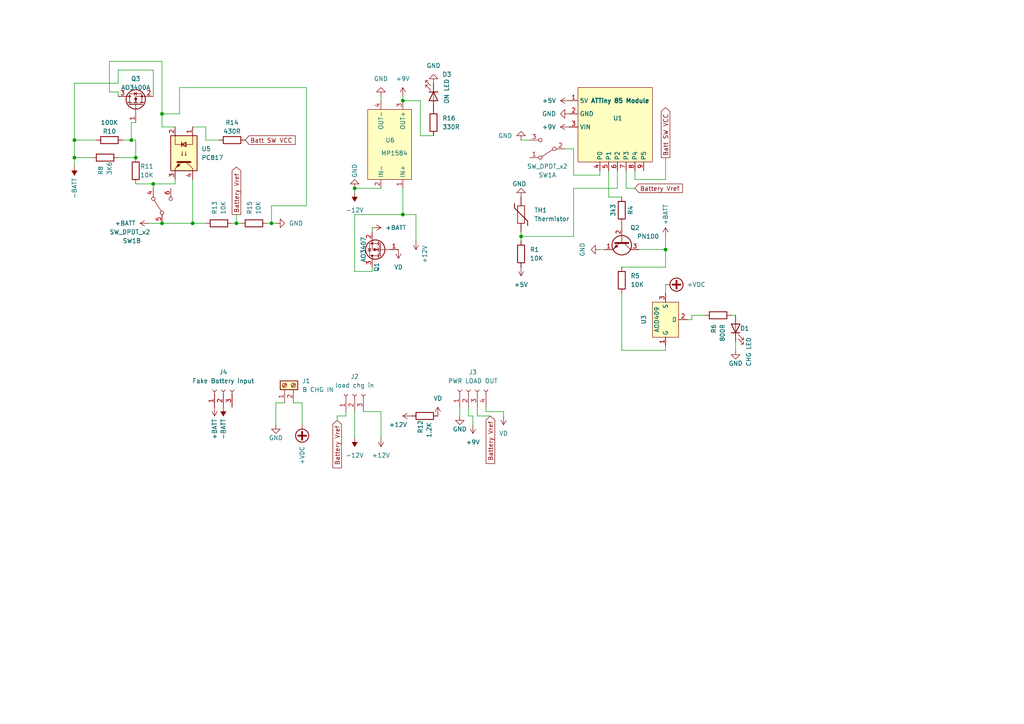
<source format=kicad_sch>
(kicad_sch (version 20230121) (generator eeschema)
  (paper "A4")
  (lib_symbols
    (symbol "BMS daughter boards:ATtiny85_digispark_module"
      (property "Reference" "U" (at -2.54 5.08 0))
      (symbol "ATtiny85_digispark_module_0_0"
        (pin unspecified line (at -16.51 10.16 0) (length 2.54) (name "5V") (number "1"))
        (pin unspecified line (at -16.51 6.35 0) (length 2.54) (name "GND") (number "2"))
        (pin unspecified line (at -16.51 2.54 0) (length 2.54) (name "VIN") (number "3"))
        (pin unspecified line (at -7.62 -10.16 90) (length 2.54) (name "P0") (number "4"))
        (pin unspecified line (at -5.08 -10.16 90) (length 2.54) (name "P1") (number "5"))
        (pin unspecified line (at -2.54 -10.16 90) (length 2.54) (name "P2") (number "6"))
        (pin unspecified line (at 0 -10.16 90) (length 2.54) (name "P3") (number "7"))
        (pin unspecified line (at 2.54 -10.16 90) (length 2.54) (name "P4") (number "8"))
        (pin unspecified line (at 5.08 -10.16 90) (length 2.54) (name "P5") (number "9"))
      )
      (symbol "ATtiny85_digispark_module_1_1"
        (rectangle (start -13.97 13.97) (end 7.62 -7.62) (fill (type background)))
      )
    )
    (symbol "BMS daughter boards:MP1584_DCDC_step_down_Module"
      (property "Reference" "U4" (at 11.43 -3.81 0))
      (property "Value" "MP1584 Module" (at 5.08 -6.35 0))
      (symbol "MP1584_DCDC_step_down_Module_0_0"
        (pin unspecified line (at 0 -8.89 0) (length 2.54) (name "IN+") (number "1"))
        (pin unspecified line (at 0 -2.54 0) (length 2.54) (name "IN-") (number "2"))
        (pin unspecified line (at 25.4 -8.89 180) (length 2.54) (name "OUT+") (number "3"))
        (pin unspecified line (at 25.4 -2.54 180) (length 2.54) (name "OUT-") (number "4"))
      )
      (symbol "MP1584_DCDC_step_down_Module_1_1"
        (rectangle (start 2.54 1.27) (end 22.86 -11.43) (fill (type background)))
      )
    )
    (symbol "BMS-MK2-symbols:AOD409"
      (property "Reference" "U" (at 2.54 -2.54 0))
      (symbol "AOD409_0_0"
        (pin input line (at -5.08 -2.54 0) (length 2.54) (name "G") (number "1"))
        (pin output line (at 2.54 3.81 270) (length 2.54) (name "D") (number "2"))
        (pin input line (at 10.16 -2.54 180) (length 2.54) (name "S") (number "3"))
      )
      (symbol "AOD409_1_1"
        (rectangle (start -2.54 1.27) (end 7.62 -6.35) (fill (type background)))
      )
    )
    (symbol "Connector:Conn_01x03_Socket" (pin_names (offset 1.016) hide)
      (property "Reference" "J" (at 0 5.08 0))
      (property "Value" "Conn_01x03_Socket" (at 0 -5.08 0))
      (symbol "Conn_01x03_Socket_1_1"
        (arc (start 0 -2.032) (mid -0.5058 -2.54) (end 0 -3.048) (stroke (width 0.1524)))
        (polyline (pts (xy -1.27 -2.54) (xy -0.508 -2.54)) (stroke (width 0.1524)))
        (polyline (pts (xy -1.27 0) (xy -0.508 0)) (stroke (width 0.1524)))
        (polyline (pts (xy -1.27 2.54) (xy -0.508 2.54)) (stroke (width 0.1524)))
        (arc (start 0 0.508) (mid -0.5058 0) (end 0 -0.508) (stroke (width 0.1524)))
        (arc (start 0 3.048) (mid -0.5058 2.54) (end 0 2.032) (stroke (width 0.1524)))
        (pin passive line (at -5.08 2.54 0) (length 3.81) (name "Pin_1") (number "1"))
        (pin passive line (at -5.08 0 0) (length 3.81) (name "Pin_2") (number "2"))
        (pin passive line (at -5.08 -2.54 0) (length 3.81) (name "Pin_3") (number "3"))
      )
    )
    (symbol "Connector:Conn_01x04_Socket" (pin_names (offset 1.016) hide)
      (property "Reference" "J" (at 0 5.08 0))
      (property "Value" "Conn_01x04_Socket" (at 0 -7.62 0))
      (symbol "Conn_01x04_Socket_1_1"
        (arc (start 0 -4.572) (mid -0.5058 -5.08) (end 0 -5.588) (stroke (width 0.1524)))
        (arc (start 0 -2.032) (mid -0.5058 -2.54) (end 0 -3.048) (stroke (width 0.1524)))
        (polyline (pts (xy -1.27 -5.08) (xy -0.508 -5.08)) (stroke (width 0.1524)))
        (polyline (pts (xy -1.27 -2.54) (xy -0.508 -2.54)) (stroke (width 0.1524)))
        (polyline (pts (xy -1.27 0) (xy -0.508 0)) (stroke (width 0.1524)))
        (polyline (pts (xy -1.27 2.54) (xy -0.508 2.54)) (stroke (width 0.1524)))
        (arc (start 0 0.508) (mid -0.5058 0) (end 0 -0.508) (stroke (width 0.1524)))
        (arc (start 0 3.048) (mid -0.5058 2.54) (end 0 2.032) (stroke (width 0.1524)))
        (pin passive line (at -5.08 2.54 0) (length 3.81) (name "Pin_1") (number "1"))
        (pin passive line (at -5.08 0 0) (length 3.81) (name "Pin_2") (number "2"))
        (pin passive line (at -5.08 -2.54 0) (length 3.81) (name "Pin_3") (number "3"))
        (pin passive line (at -5.08 -5.08 0) (length 3.81) (name "Pin_4") (number "4"))
      )
    )
    (symbol "Connector:Screw_Terminal_01x02" (pin_names (offset 1.016) hide)
      (property "Reference" "J" (at 0 2.54 0))
      (property "Value" "Screw_Terminal_01x02" (at 0 -5.08 0))
      (symbol "Screw_Terminal_01x02_1_1"
        (rectangle (start -1.27 1.27) (end 1.27 -3.81) (stroke (width 0.254)) (fill (type background)))
        (circle (center 0 -2.54) (radius 0.635) (stroke (width 0.1524)))
        (polyline (pts (xy -0.5334 -2.2098) (xy 0.3302 -3.048)) (stroke (width 0.1524)))
        (polyline (pts (xy -0.5334 0.3302) (xy 0.3302 -0.508)) (stroke (width 0.1524)))
        (polyline (pts (xy -0.3556 -2.032) (xy 0.508 -2.8702)) (stroke (width 0.1524)))
        (polyline (pts (xy -0.3556 0.508) (xy 0.508 -0.3302)) (stroke (width 0.1524)))
        (circle (center 0 0) (radius 0.635) (stroke (width 0.1524)))
        (pin passive line (at -5.08 0 0) (length 3.81) (name "Pin_1") (number "1"))
        (pin passive line (at -5.08 -2.54 0) (length 3.81) (name "Pin_2") (number "2"))
      )
    )
    (symbol "Device:LED" (pin_numbers hide) (pin_names (offset 1.016) hide)
      (property "Reference" "D" (at 0 2.54 0))
      (property "Value" "LED" (at 0 -2.54 0))
      (symbol "LED_0_1"
        (polyline (pts (xy -1.27 -1.27) (xy -1.27 1.27)) (stroke (width 0.254)))
        (polyline (pts (xy -1.27 0) (xy 1.27 0)))
        (polyline (pts (xy 1.27 -1.27) (xy 1.27 1.27) (xy -1.27 0) (xy 1.27 -1.27)) (stroke (width 0.254)))
        (polyline (pts (xy -3.048 -0.762) (xy -4.572 -2.286) (xy -3.81 -2.286) (xy -4.572 -2.286) (xy -4.572 -1.524)))
        (polyline (pts (xy -1.778 -0.762) (xy -3.302 -2.286) (xy -2.54 -2.286) (xy -3.302 -2.286) (xy -3.302 -1.524)))
      )
      (symbol "LED_1_1"
        (pin passive line (at -3.81 0 0) (length 2.54) (name "K") (number "1"))
        (pin passive line (at 3.81 0 180) (length 2.54) (name "A") (number "2"))
      )
    )
    (symbol "Device:R" (pin_numbers hide) (pin_names (offset 0))
      (property "Reference" "R" (at 2.032 0 90))
      (property "Value" "R" (at 0 0 90))
      (symbol "R_0_1"
        (rectangle (start -1.016 -2.54) (end 1.016 2.54) (stroke (width 0.254)))
      )
      (symbol "R_1_1"
        (pin passive line (at 0 3.81 270) (length 1.27) (name "~") (number "1"))
        (pin passive line (at 0 -3.81 90) (length 1.27) (name "~") (number "2"))
      )
    )
    (symbol "Device:Thermistor" (pin_numbers hide) (pin_names (offset 0))
      (property "Reference" "TH" (at 2.54 1.27 90))
      (property "Value" "Thermistor" (at -2.54 0 90))
      (symbol "Thermistor_0_1"
        (rectangle (start -1.016 2.54) (end 1.016 -2.54) (stroke (width 0.2032)))
        (polyline (pts (xy -1.905 3.175) (xy -1.905 1.905) (xy 1.905 -1.905) (xy 1.905 -3.175) (xy 1.905 -3.175)) (stroke (width 0.254)))
      )
      (symbol "Thermistor_1_1"
        (pin passive line (at 0 5.08 270) (length 2.54) (name "~") (number "1"))
        (pin passive line (at 0 -5.08 90) (length 2.54) (name "~") (number "2"))
      )
    )
    (symbol "Isolator:PC817" (pin_names (offset 1.016))
      (property "Reference" "U" (at -5.08 5.08 0))
      (property "Value" "PC817" (at 0 5.08 0))
      (symbol "PC817_0_1"
        (rectangle (start -5.08 3.81) (end 5.08 -3.81) (stroke (width 0.254)) (fill (type background)))
        (polyline (pts (xy -3.175 -0.635) (xy -1.905 -0.635)) (stroke (width 0.254)))
        (polyline (pts (xy 2.54 0.635) (xy 4.445 2.54)))
        (polyline (pts (xy 4.445 -2.54) (xy 2.54 -0.635)) (fill (type outline)))
        (polyline (pts (xy 4.445 -2.54) (xy 5.08 -2.54)))
        (polyline (pts (xy 4.445 2.54) (xy 5.08 2.54)))
        (polyline (pts (xy -5.08 2.54) (xy -2.54 2.54) (xy -2.54 -0.635)))
        (polyline (pts (xy -2.54 -0.635) (xy -2.54 -2.54) (xy -5.08 -2.54)))
        (polyline (pts (xy 2.54 1.905) (xy 2.54 -1.905) (xy 2.54 -1.905)) (stroke (width 0.508)))
        (polyline (pts (xy -2.54 -0.635) (xy -3.175 0.635) (xy -1.905 0.635) (xy -2.54 -0.635)) (stroke (width 0.254)))
        (polyline (pts (xy -0.508 -0.508) (xy 0.762 -0.508) (xy 0.381 -0.635) (xy 0.381 -0.381) (xy 0.762 -0.508)))
        (polyline (pts (xy -0.508 0.508) (xy 0.762 0.508) (xy 0.381 0.381) (xy 0.381 0.635) (xy 0.762 0.508)))
        (polyline (pts (xy 3.048 -1.651) (xy 3.556 -1.143) (xy 4.064 -2.159) (xy 3.048 -1.651) (xy 3.048 -1.651)) (fill (type outline)))
      )
      (symbol "PC817_1_1"
        (pin passive line (at -7.62 2.54 0) (length 2.54) (name "~") (number "1"))
        (pin passive line (at -7.62 -2.54 0) (length 2.54) (name "~") (number "2"))
        (pin passive line (at 7.62 -2.54 180) (length 2.54) (name "~") (number "3"))
        (pin passive line (at 7.62 2.54 180) (length 2.54) (name "~") (number "4"))
      )
    )
    (symbol "Switch:SW_DPDT_x2" (pin_names (offset 0) hide)
      (property "Reference" "SW" (at 0 4.318 0))
      (property "Value" "SW_DPDT_x2" (at 0 -5.08 0))
      (symbol "SW_DPDT_x2_0_0"
        (circle (center -2.032 0) (radius 0.508))
        (circle (center 2.032 -2.54) (radius 0.508))
      )
      (symbol "SW_DPDT_x2_0_1"
        (polyline (pts (xy -1.524 0.254) (xy 1.651 2.286)))
        (circle (center 2.032 2.54) (radius 0.508))
      )
      (symbol "SW_DPDT_x2_1_1"
        (pin passive line (at 5.08 2.54 180) (length 2.54) (name "A") (number "1"))
        (pin passive line (at -5.08 0 0) (length 2.54) (name "B") (number "2"))
        (pin passive line (at 5.08 -2.54 180) (length 2.54) (name "C") (number "3"))
      )
      (symbol "SW_DPDT_x2_2_1"
        (pin passive line (at 5.08 2.54 180) (length 2.54) (name "A") (number "4"))
        (pin passive line (at -5.08 0 0) (length 2.54) (name "B") (number "5"))
        (pin passive line (at 5.08 -2.54 180) (length 2.54) (name "C") (number "6"))
      )
    )
    (symbol "Transistor_BJT:PN2222A" (pin_names (offset 0) hide)
      (property "Reference" "Q" (at 5.08 1.905 0))
      (property "Value" "PN2222A" (at 5.08 0 0))
      (symbol "PN2222A_0_1"
        (polyline (pts (xy 0 0) (xy 0.635 0)))
        (polyline (pts (xy 2.54 -2.54) (xy 0.635 -0.635)))
        (polyline (pts (xy 2.54 2.54) (xy 0.635 0.635)))
        (polyline (pts (xy 0.635 1.905) (xy 0.635 -1.905) (xy 0.635 -1.905)) (stroke (width 0.508)))
        (polyline (pts (xy 2.413 -2.413) (xy 1.905 -1.905) (xy 1.905 -1.905)))
        (polyline (pts (xy 1.143 -1.651) (xy 1.651 -1.143) (xy 2.159 -2.159) (xy 1.143 -1.651) (xy 1.143 -1.651)) (fill (type outline)))
        (circle (center 1.27 0) (radius 2.8194) (stroke (width 0.254)))
      )
      (symbol "PN2222A_1_1"
        (pin passive line (at 2.54 -5.08 90) (length 2.54) (name "E") (number "1"))
        (pin input line (at -5.08 0 0) (length 5.08) (name "B") (number "2"))
        (pin passive line (at 2.54 5.08 270) (length 2.54) (name "C") (number "3"))
      )
    )
    (symbol "Transistor_FET:AO3400A" (pin_names hide)
      (property "Reference" "Q" (at 5.08 1.905 0))
      (property "Value" "AO3400A" (at 5.08 0 0))
      (symbol "AO3400A_0_1"
        (polyline (pts (xy 0.254 0) (xy -2.54 0)))
        (polyline (pts (xy 0.254 1.905) (xy 0.254 -1.905)) (stroke (width 0.254)))
        (polyline (pts (xy 0.762 -1.27) (xy 0.762 -2.286)) (stroke (width 0.254)))
        (polyline (pts (xy 0.762 0.508) (xy 0.762 -0.508)) (stroke (width 0.254)))
        (polyline (pts (xy 0.762 2.286) (xy 0.762 1.27)) (stroke (width 0.254)))
        (polyline (pts (xy 2.54 2.54) (xy 2.54 1.778)))
        (polyline (pts (xy 2.54 -2.54) (xy 2.54 0) (xy 0.762 0)))
        (polyline (pts (xy 0.762 -1.778) (xy 3.302 -1.778) (xy 3.302 1.778) (xy 0.762 1.778)))
        (polyline (pts (xy 1.016 0) (xy 2.032 0.381) (xy 2.032 -0.381) (xy 1.016 0)) (fill (type outline)))
        (polyline (pts (xy 2.794 0.508) (xy 2.921 0.381) (xy 3.683 0.381) (xy 3.81 0.254)))
        (polyline (pts (xy 3.302 0.381) (xy 2.921 -0.254) (xy 3.683 -0.254) (xy 3.302 0.381)))
        (circle (center 1.651 0) (radius 2.794) (stroke (width 0.254)))
        (circle (center 2.54 -1.778) (radius 0.254) (fill (type outline)))
        (circle (center 2.54 1.778) (radius 0.254) (fill (type outline)))
      )
      (symbol "AO3400A_1_1"
        (pin input line (at -5.08 0 0) (length 2.54) (name "G") (number "1"))
        (pin passive line (at 2.54 -5.08 90) (length 2.54) (name "S") (number "2"))
        (pin passive line (at 2.54 5.08 270) (length 2.54) (name "D") (number "3"))
      )
    )
    (symbol "power:+12V" (power) (pin_names (offset 0))
      (property "Value" "+12V" (at 0 3.556 0))
      (symbol "+12V_0_1"
        (polyline (pts (xy -0.762 1.27) (xy 0 2.54)))
        (polyline (pts (xy 0 0) (xy 0 2.54)))
        (polyline (pts (xy 0 2.54) (xy 0.762 1.27)))
      )
      (symbol "+12V_1_1"
        (pin power_in line (at 0 0 90) (length 0) hide (name "+12V") (number "1"))
      )
    )
    (symbol "power:+5V" (power) (pin_names (offset 0))
      (property "Value" "+5V" (at 0 3.556 0))
      (symbol "+5V_0_1"
        (polyline (pts (xy -0.762 1.27) (xy 0 2.54)))
        (polyline (pts (xy 0 0) (xy 0 2.54)))
        (polyline (pts (xy 0 2.54) (xy 0.762 1.27)))
      )
      (symbol "+5V_1_1"
        (pin power_in line (at 0 0 90) (length 0) hide (name "+5V") (number "1"))
      )
    )
    (symbol "power:+9V" (power) (pin_names (offset 0))
      (property "Value" "+9V" (at 0 3.556 0))
      (symbol "+9V_0_1"
        (polyline (pts (xy -0.762 1.27) (xy 0 2.54)))
        (polyline (pts (xy 0 0) (xy 0 2.54)))
        (polyline (pts (xy 0 2.54) (xy 0.762 1.27)))
      )
      (symbol "+9V_1_1"
        (pin power_in line (at 0 0 90) (length 0) hide (name "+9V") (number "1"))
      )
    )
    (symbol "power:+BATT" (power) (pin_names (offset 0))
      (property "Value" "+BATT" (at 0 3.556 0))
      (symbol "+BATT_0_1"
        (polyline (pts (xy -0.762 1.27) (xy 0 2.54)))
        (polyline (pts (xy 0 0) (xy 0 2.54)))
        (polyline (pts (xy 0 2.54) (xy 0.762 1.27)))
      )
      (symbol "+BATT_1_1"
        (pin power_in line (at 0 0 90) (length 0) hide (name "+BATT") (number "1"))
      )
    )
    (symbol "power:+VDC" (power) (pin_names (offset 0))
      (property "Value" "+VDC" (at 0 6.35 0))
      (symbol "+VDC_0_1"
        (polyline (pts (xy -1.143 3.175) (xy 1.143 3.175)) (stroke (width 0.508)))
        (polyline (pts (xy 0 0) (xy 0 1.27)))
        (polyline (pts (xy 0 2.032) (xy 0 4.318)) (stroke (width 0.508)))
        (circle (center 0 3.175) (radius 1.905) (stroke (width 0.254)))
      )
      (symbol "+VDC_1_1"
        (pin power_in line (at 0 0 90) (length 0) hide (name "+VDC") (number "1"))
      )
    )
    (symbol "power:-12V" (power) (pin_names (offset 0))
      (property "Value" "-12V" (at 0 3.81 0))
      (symbol "-12V_0_0"
        (pin power_in line (at 0 0 90) (length 0) hide (name "-12V") (number "1"))
      )
      (symbol "-12V_0_1"
        (polyline (pts (xy 0 0) (xy 0 1.27) (xy 0.762 1.27) (xy 0 2.54) (xy -0.762 1.27) (xy 0 1.27)) (fill (type outline)))
      )
    )
    (symbol "power:-BATT" (power) (pin_names (offset 0))
      (property "Value" "-BATT" (at 0 3.556 0))
      (symbol "-BATT_0_1"
        (polyline (pts (xy 0 0) (xy 0 2.54)))
        (polyline (pts (xy 0.762 1.27) (xy -0.762 1.27) (xy 0 2.54) (xy 0.762 1.27)) (fill (type outline)))
      )
      (symbol "-BATT_1_1"
        (pin power_in line (at 0 0 90) (length 0) hide (name "-BATT") (number "1"))
      )
    )
    (symbol "power:GND" (power) (pin_names (offset 0))
      (property "Value" "GND" (at 0 -3.81 0))
      (symbol "GND_0_1"
        (polyline (pts (xy 0 0) (xy 0 -1.27) (xy 1.27 -1.27) (xy 0 -2.54) (xy -1.27 -1.27) (xy 0 -1.27)))
      )
      (symbol "GND_1_1"
        (pin power_in line (at 0 0 270) (length 0) hide (name "GND") (number "1"))
      )
    )
    (symbol "power:VD" (power) (pin_names (offset 0))
      (property "Value" "VD" (at 0 3.81 0))
      (symbol "VD_0_1"
        (polyline (pts (xy -0.762 1.27) (xy 0 2.54)))
        (polyline (pts (xy 0 0) (xy 0 2.54)))
        (polyline (pts (xy 0 2.54) (xy 0.762 1.27)))
      )
      (symbol "VD_1_1"
        (pin power_in line (at 0 0 90) (length 0) hide (name "VD") (number "1"))
      )
    )
  )
  (junction (at 193.04 72.39))
  (junction (at 116.84 29.21))
  (junction (at 55.88 64.77))
  (junction (at 21.59 45.72))
  (junction (at 116.84 62.23))
  (junction (at 38.1 40.64))
  (junction (at 46.99 64.77))
  (junction (at 21.59 40.64))
  (junction (at 78.74 64.77))
  (junction (at 102.87 54.61))
  (junction (at 46.99 33.02))
  (junction (at 44.45 53.34))
  (junction (at 39.37 45.72))
  (junction (at 151.13 68.58))
  (junction (at 68.58 64.77))
  (wire (pts (xy 100.33 120.65) (xy 100.33 119.38)))
  (wire (pts (xy 44.45 53.34) (xy 50.8 53.34)))
  (wire (pts (xy 78.74 59.69) (xy 78.74 64.77)))
  (wire (pts (xy 34.29 24.13) (xy 34.29 20.32)))
  (wire (pts (xy 121.92 39.37) (xy 121.92 29.21)))
  (wire (pts (xy 140.97 119.38) (xy 140.97 118.11)))
  (wire (pts (xy 46.99 36.83) (xy 46.99 33.02)))
  (wire (pts (xy 38.1 35.56) (xy 38.1 40.64)))
  (wire (pts (xy 125.73 39.37) (xy 121.92 39.37)))
  (wire (pts (xy 102.87 62.23) (xy 116.84 62.23)))
  (wire (pts (xy 80.01 116.84) (xy 80.01 123.19)))
  (wire (pts (xy 116.84 54.61) (xy 116.84 62.23)))
  (wire (pts (xy 180.34 57.15) (xy 176.53 57.15)))
  (wire (pts (xy 52.07 25.4) (xy 88.9 25.4)))
  (wire (pts (xy 181.61 49.53) (xy 181.61 54.61)))
  (wire (pts (xy 213.36 99.06) (xy 213.36 101.6)))
  (wire (pts (xy 166.37 54.61) (xy 179.07 54.61)))
  (wire (pts (xy 200.66 91.44) (xy 204.47 91.44)))
  (wire (pts (xy 82.55 116.84) (xy 80.01 116.84)))
  (wire (pts (xy 21.59 45.72) (xy 21.59 48.26)))
  (wire (pts (xy 173.99 72.39) (xy 175.26 72.39)))
  (wire (pts (xy 193.04 72.39) (xy 193.04 77.47)))
  (wire (pts (xy 166.37 54.61) (xy 166.37 68.58)))
  (wire (pts (xy 110.49 27.94) (xy 110.49 29.21)))
  (wire (pts (xy 52.07 33.02) (xy 46.99 33.02)))
  (wire (pts (xy 38.1 35.56) (xy 39.37 35.56)))
  (wire (pts (xy 166.37 43.18) (xy 166.37 50.8)))
  (wire (pts (xy 34.29 27.94) (xy 34.29 26.67)))
  (wire (pts (xy 21.59 24.13) (xy 21.59 40.64)))
  (wire (pts (xy 176.53 49.53) (xy 176.53 57.15)))
  (wire (pts (xy 44.45 53.34) (xy 44.45 54.61)))
  (wire (pts (xy 21.59 40.64) (xy 21.59 45.72)))
  (wire (pts (xy 146.05 120.65) (xy 146.05 119.38)))
  (wire (pts (xy 102.87 54.61) (xy 102.87 55.88)))
  (wire (pts (xy 34.29 24.13) (xy 21.59 24.13)))
  (wire (pts (xy 181.61 54.61) (xy 184.15 54.61)))
  (wire (pts (xy 97.79 120.65) (xy 97.79 121.92)))
  (wire (pts (xy 87.63 116.84) (xy 87.63 123.19)))
  (wire (pts (xy 166.37 68.58) (xy 151.13 68.58)))
  (wire (pts (xy 193.04 68.58) (xy 193.04 72.39)))
  (wire (pts (xy 46.99 64.77) (xy 55.88 64.77)))
  (wire (pts (xy 68.58 64.77) (xy 68.58 62.23)))
  (wire (pts (xy 59.69 36.83) (xy 55.88 36.83)))
  (wire (pts (xy 88.9 59.69) (xy 78.74 59.69)))
  (wire (pts (xy 116.84 27.94) (xy 116.84 29.21)))
  (wire (pts (xy 135.89 120.65) (xy 137.16 120.65)))
  (wire (pts (xy 180.34 101.6) (xy 193.04 101.6)))
  (wire (pts (xy 212.09 91.44) (xy 213.36 91.44)))
  (wire (pts (xy 200.66 92.71) (xy 200.66 91.44)))
  (wire (pts (xy 199.39 92.71) (xy 200.66 92.71)))
  (wire (pts (xy 21.59 40.64) (xy 27.94 40.64)))
  (wire (pts (xy 180.34 85.09) (xy 180.34 101.6)))
  (wire (pts (xy 193.04 77.47) (xy 180.34 77.47)))
  (wire (pts (xy 52.07 33.02) (xy 52.07 25.4)))
  (wire (pts (xy 173.99 50.8) (xy 173.99 49.53)))
  (wire (pts (xy 151.13 68.58) (xy 151.13 69.85)))
  (wire (pts (xy 102.87 62.23) (xy 102.87 78.74)))
  (wire (pts (xy 68.58 64.77) (xy 67.31 64.77)))
  (wire (pts (xy 34.29 26.67) (xy 31.75 26.67)))
  (wire (pts (xy 121.92 29.21) (xy 116.84 29.21)))
  (wire (pts (xy 50.8 36.83) (xy 46.99 36.83)))
  (wire (pts (xy 193.04 72.39) (xy 185.42 72.39)))
  (wire (pts (xy 63.5 40.64) (xy 59.69 40.64)))
  (wire (pts (xy 107.95 66.04) (xy 107.95 67.31)))
  (wire (pts (xy 55.88 64.77) (xy 59.69 64.77)))
  (wire (pts (xy 35.56 40.64) (xy 38.1 40.64)))
  (wire (pts (xy 179.07 54.61) (xy 179.07 49.53)))
  (wire (pts (xy 116.84 62.23) (xy 120.65 62.23)))
  (wire (pts (xy 39.37 53.34) (xy 44.45 53.34)))
  (wire (pts (xy 102.87 119.38) (xy 102.87 127)))
  (wire (pts (xy 34.29 45.72) (xy 39.37 45.72)))
  (wire (pts (xy 133.35 118.11) (xy 133.35 120.65)))
  (wire (pts (xy 46.99 17.78) (xy 46.99 33.02)))
  (wire (pts (xy 193.04 101.6) (xy 193.04 100.33)))
  (wire (pts (xy 31.75 26.67) (xy 31.75 17.78)))
  (wire (pts (xy 59.69 40.64) (xy 59.69 36.83)))
  (wire (pts (xy 184.15 52.07) (xy 184.15 49.53)))
  (wire (pts (xy 151.13 67.31) (xy 151.13 68.58)))
  (wire (pts (xy 138.43 120.65) (xy 142.24 120.65)))
  (wire (pts (xy 135.89 118.11) (xy 135.89 120.65)))
  (wire (pts (xy 21.59 45.72) (xy 26.67 45.72)))
  (wire (pts (xy 77.47 64.77) (xy 78.74 64.77)))
  (wire (pts (xy 193.04 82.55) (xy 193.04 85.09)))
  (wire (pts (xy 107.95 78.74) (xy 107.95 77.47)))
  (wire (pts (xy 88.9 25.4) (xy 88.9 59.69)))
  (wire (pts (xy 34.29 20.32) (xy 44.45 20.32)))
  (wire (pts (xy 80.01 64.77) (xy 78.74 64.77)))
  (wire (pts (xy 110.49 119.38) (xy 110.49 127)))
  (wire (pts (xy 102.87 54.61) (xy 110.49 54.61)))
  (wire (pts (xy 39.37 40.64) (xy 38.1 40.64)))
  (wire (pts (xy 102.87 78.74) (xy 107.95 78.74)))
  (wire (pts (xy 153.67 40.64) (xy 151.13 40.64)))
  (wire (pts (xy 55.88 64.77) (xy 55.88 52.07)))
  (wire (pts (xy 163.83 43.18) (xy 166.37 43.18)))
  (wire (pts (xy 193.04 45.72) (xy 193.04 52.07)))
  (wire (pts (xy 146.05 119.38) (xy 140.97 119.38)))
  (wire (pts (xy 137.16 120.65) (xy 137.16 123.19)))
  (wire (pts (xy 166.37 50.8) (xy 173.99 50.8)))
  (wire (pts (xy 43.18 64.77) (xy 46.99 64.77)))
  (wire (pts (xy 138.43 118.11) (xy 138.43 120.65)))
  (wire (pts (xy 69.85 64.77) (xy 68.58 64.77)))
  (wire (pts (xy 31.75 17.78) (xy 46.99 17.78)))
  (wire (pts (xy 120.65 62.23) (xy 120.65 69.85)))
  (wire (pts (xy 97.79 120.65) (xy 100.33 120.65)))
  (wire (pts (xy 110.49 119.38) (xy 105.41 119.38)))
  (wire (pts (xy 50.8 53.34) (xy 50.8 52.07)))
  (wire (pts (xy 39.37 40.64) (xy 39.37 45.72)))
  (wire (pts (xy 44.45 20.32) (xy 44.45 27.94)))
  (wire (pts (xy 85.09 116.84) (xy 87.63 116.84)))
  (wire (pts (xy 193.04 52.07) (xy 184.15 52.07)))
  (global_label "Batt SW VCC" (shape input) (at 71.12 40.64 0) (property "Intersheetrefs" "${INTERSHEET_REFS}" (effects hide)))
  (global_label "Battery Vref" (shape input) (at 184.15 54.61 0) (property "Intersheetrefs" "${INTERSHEET_REFS}" (effects hide)))
  (global_label "Battery Vref" (shape output) (at 68.58 62.23 90) (property "Intersheetrefs" "${INTERSHEET_REFS}" (effects hide)))
  (global_label "Battery Vref" (shape input) (at 97.79 121.92 270) (property "Intersheetrefs" "${INTERSHEET_REFS}" (effects hide)))
  (global_label "Batt SW VCC" (shape output) (at 193.04 45.72 90) (property "Intersheetrefs" "${INTERSHEET_REFS}" (effects hide)))
  (global_label "Battery Vref" (shape input) (at 142.24 120.65 270) (property "Intersheetrefs" "${INTERSHEET_REFS}" (effects hide)))
  (symbol (lib_id "Connector:Screw_Terminal_01x02") (at 82.55 111.76 90) (unit 1)
    (property "Reference" "J1" (at 87.63 110.49 90) (effects (justify right)))
    (property "Value" "B CHG IN" (at 87.63 113.03 90) (effects (justify right)))
    (property "Footprint" "DCDC buck converter lm2596:kf1000 screw terminal" (effects hide))
  )
  (symbol (lib_id "Device:LED") (at 125.73 27.94 270) (unit 1)
    (property "Reference" "D3" (at 128.27 21.59 90) (effects (justify left)))
    (property "Value" "ON LED" (at 129.54 22.86 0) (effects (justify left)))
    (property "Footprint" "LED_SMD:LED_1206_3216Metric" (effects hide))
  )
  (symbol (lib_id "Device:R") (at 73.66 64.77 270) (unit 1)
    (property "Reference" "R15" (at 72.39 62.23 0) (effects (justify right)))
    (property "Value" "10K" (at 74.93 62.23 0) (effects (justify right)))
    (property "Footprint" "Resistor_SMD:R_1206_3216Metric" (effects hide))
  )
  (symbol (lib_id "Connector:Conn_01x03_Socket") (at 102.87 114.3 90) (unit 1)
    (property "Reference" "J2" (at 102.87 109.22 90))
    (property "Value" "load chg in" (at 102.87 111.76 90))
    (property "Footprint" "DCDC buck converter lm2596:XH 2.54mm 3p smd vertical header" (effects hide))
  )
  (symbol (lib_id "power:+9V") (at 165.1 36.83 90) (unit 1)
    (property "Reference" "#PWR05" (effects hide))
    (property "Value" "+9V" (at 161.29 36.83 90) (effects (justify left)))
  )
  (symbol (lib_id "Device:R") (at 208.28 91.44 90) (mirror x) (unit 1)
    (property "Reference" "R6" (at 207.01 93.98 0) (effects (justify left)))
    (property "Value" "800R" (at 209.55 93.98 0) (effects (justify left)))
    (property "Footprint" "Resistor_SMD:R_1206_3216Metric" (effects hide))
  )
  (symbol (lib_id "Isolator:PC817") (at 53.34 44.45 270) (unit 1)
    (property "Reference" "U5" (at 58.42 43.18 90) (effects (justify left)))
    (property "Value" "PC817" (at 58.42 45.72 90) (effects (justify left)))
    (property "Footprint" "Package_DIP:DIP-4_W8.89mm_SMDSocket_LongPads" (effects hide))
    (property "Datasheet" "http://www.soselectronic.cz/a_info/resource/d/pc817.pdf" (effects hide))
  )
  (symbol (lib_id "power:GND") (at 110.49 27.94 180) (unit 1)
    (property "Reference" "#PWR033" (effects hide))
    (property "Value" "GND" (at 110.49 22.86 0))
  )
  (symbol (lib_id "power:+12V") (at 119.38 120.65 90) (unit 1)
    (property "Reference" "#PWR022" (effects hide))
    (property "Value" "+12V" (at 118.11 123.19 90) (effects (justify left)))
  )
  (symbol (lib_id "Transistor_BJT:PN2222A") (at 180.34 69.85 270) (unit 1)
    (property "Reference" "Q2" (at 184.15 66.04 90))
    (property "Value" "PN100" (at 187.96 68.58 90))
    (property "Footprint" "Package_TO_SOT_SMD:SOT-23" (effects hide))
    (property "Datasheet" "https://www.onsemi.com/pub/Collateral/PN2222-D.PDF" (effects hide))
  )
  (symbol (lib_id "power:GND") (at 151.13 57.15 180) (unit 1)
    (property "Reference" "#PWR01" (effects hide))
    (property "Value" "GND" (at 148.59 53.34 0) (effects (justify right)))
  )
  (symbol (lib_id "power:GND") (at 80.01 123.19 0) (unit 1)
    (property "Reference" "#PWR012" (effects hide))
    (property "Value" "GND" (at 80.01 127 0))
  )
  (symbol (lib_id "power:+12V") (at 120.65 69.85 180) (unit 1)
    (property "Reference" "#PWR032" (effects hide))
    (property "Value" "+12V" (at 123.19 71.12 90) (effects (justify left)))
  )
  (symbol (lib_id "power:VD") (at 146.05 120.65 180) (unit 1)
    (property "Reference" "#PWR028" (effects hide))
    (property "Value" "VD" (at 146.05 125.73 0))
  )
  (symbol (lib_id "BMS daughter boards:MP1584_DCDC_step_down_Module") (at 107.95 54.61 90) (unit 1)
    (property "Reference" "U6" (at 111.76 40.64 90) (effects (justify right)))
    (property "Value" "MP1584 " (at 110.49 44.45 90) (effects (justify right)))
    (property "Footprint" "DCDC buck converter lm2596:SRT_MPT1584EN_Module" (effects hide))
  )
  (symbol (lib_id "power:-12V") (at 102.87 127 180) (unit 1)
    (property "Reference" "#PWR019" (effects hide))
    (property "Value" "-12V" (at 102.87 132.08 0))
  )
  (symbol (lib_id "power:+BATT") (at 62.23 118.11 180) (unit 1)
    (property "Reference" "#PWR018" (effects hide))
    (property "Value" "+BATT" (at 62.23 124.46 90))
  )
  (symbol (lib_id "power:+5V") (at 165.1 29.21 90) (unit 1)
    (property "Reference" "#PWR09" (effects hide))
    (property "Value" "+5V" (at 161.29 29.21 90) (effects (justify left)))
  )
  (symbol (lib_id "BMS daughter boards:ATtiny85_digispark_module") (at 181.61 39.37 0) (unit 1)
    (property "Reference" "U1" (at 177.8 34.29 0) (effects (justify left)))
    (property "Value" "ATTiny 85 Module " (at 180.34 29.21 0) (effects (font bold)))
    (property "Footprint" "DCDC buck converter lm2596:Digispark attiny85 board" (effects hide))
  )
  (symbol (lib_id "Device:R") (at 67.31 40.64 270) (unit 1)
    (property "Reference" "R14" (at 67.31 35.56 90))
    (property "Value" "430R" (at 67.31 38.1 90))
    (property "Footprint" "Resistor_SMD:R_1206_3216Metric" (effects hide))
  )
  (symbol (lib_id "Device:R") (at 63.5 64.77 270) (unit 1)
    (property "Reference" "R13" (at 62.23 62.23 0) (effects (justify right)))
    (property "Value" "10K" (at 64.77 62.23 0) (effects (justify right)))
    (property "Footprint" "Resistor_SMD:R_1206_3216Metric" (effects hide))
  )
  (symbol (lib_id "power:-BATT") (at 21.59 48.26 180) (unit 1)
    (property "Reference" "#PWR017" (effects hide))
    (property "Value" "-BATT" (at 21.59 54.61 90))
  )
  (symbol (lib_id "Connector:Conn_01x04_Socket") (at 135.89 113.03 90) (unit 1)
    (property "Reference" "J3" (at 137.16 107.95 90))
    (property "Value" "PWR LOAD OUT" (at 137.16 110.49 90))
    (property "Footprint" "DCDC buck converter lm2596:XH 2.54mm 4p vertical header" (effects hide))
  )
  (symbol (lib_id "Device:R") (at 39.37 49.53 180) (unit 1)
    (property "Reference" "R11" (at 40.64 48.26 0) (effects (justify right)))
    (property "Value" "10K" (at 40.64 50.8 0) (effects (justify right)))
    (property "Footprint" "Resistor_SMD:R_1206_3216Metric" (effects hide))
  )
  (symbol (lib_id "power:GND") (at 151.13 40.64 180) (unit 1)
    (property "Reference" "#PWR07" (effects hide))
    (property "Value" "GND" (at 148.59 39.37 0) (effects (justify left)))
  )
  (symbol (lib_id "power:+9V") (at 137.16 123.19 180) (unit 1)
    (property "Reference" "#PWR023" (effects hide))
    (property "Value" "+9V" (at 137.16 128.27 0))
  )
  (symbol (lib_id "power:+9V") (at 116.84 27.94 0) (unit 1)
    (property "Reference" "#PWR035" (effects hide))
    (property "Value" "+9V" (at 116.84 22.86 0))
  )
  (symbol (lib_id "Device:R") (at 125.73 35.56 0) (unit 1)
    (property "Reference" "R16" (at 128.27 34.29 0) (effects (justify left)))
    (property "Value" "330R" (at 128.27 36.83 0) (effects (justify left)))
    (property "Footprint" "Resistor_SMD:R_1206_3216Metric" (effects hide))
  )
  (symbol (lib_id "Device:R") (at 31.75 40.64 90) (unit 1)
    (property "Reference" "R10" (at 31.75 38.1 90))
    (property "Value" "100K" (at 31.75 35.56 90))
    (property "Footprint" "Resistor_SMD:R_1206_3216Metric" (effects hide))
  )
  (symbol (lib_id "power:-12V") (at 102.87 55.88 180) (unit 1)
    (property "Reference" "#PWR031" (effects hide))
    (property "Value" "-12V" (at 102.87 60.96 0))
  )
  (symbol (lib_id "Device:R") (at 151.13 73.66 180) (unit 1)
    (property "Reference" "R1" (at 153.67 72.39 0) (effects (justify right)))
    (property "Value" "10K" (at 153.67 74.93 0) (effects (justify right)))
    (property "Footprint" "Resistor_SMD:R_1206_3216Metric" (effects hide))
  )
  (symbol (lib_id "power:GND") (at 173.99 72.39 270) (unit 1)
    (property "Reference" "#PWR06" (effects hide))
    (property "Value" "GND" (at 168.91 72.39 0))
  )
  (symbol (lib_id "Device:R") (at 180.34 81.28 0) (unit 1)
    (property "Reference" "R5" (at 182.88 80.01 0) (effects (justify left)))
    (property "Value" "10K" (at 182.88 82.55 0) (effects (justify left)))
    (property "Footprint" "Resistor_SMD:R_1206_3216Metric" (effects hide))
  )
  (symbol (lib_id "Device:R") (at 123.19 120.65 270) (unit 1)
    (property "Reference" "R12" (at 121.92 125.73 0) (effects (justify right)))
    (property "Value" "1.2K" (at 124.46 127 0) (effects (justify right)))
    (property "Footprint" "Resistor_SMD:R_1206_3216Metric" (effects hide))
  )
  (symbol (lib_id "power:-BATT") (at 64.77 118.11 180) (unit 1)
    (property "Reference" "#PWR015" (effects hide))
    (property "Value" "-BATT" (at 64.77 124.46 90))
  )
  (symbol (lib_id "power:GND") (at 165.1 33.02 270) (unit 1)
    (property "Reference" "#PWR04" (effects hide))
    (property "Value" "GND" (at 161.29 33.02 90) (effects (justify right)))
  )
  (symbol (lib_id "power:VD") (at 115.57 72.39 180) (unit 1)
    (property "Reference" "#PWR08" (effects hide))
    (property "Value" "VD" (at 115.57 77.47 0))
  )
  (symbol (lib_id "power:VD") (at 127 120.65 0) (unit 1)
    (property "Reference" "#PWR026" (effects hide))
    (property "Value" "VD" (at 127 115.57 0))
  )
  (symbol (lib_id "power:GND") (at 125.73 24.13 180) (unit 1)
    (property "Reference" "#PWR037" (effects hide))
    (property "Value" "GND" (at 125.73 19.05 0))
  )
  (symbol (lib_id "power:+BATT") (at 43.18 64.77 90) (unit 1)
    (property "Reference" "#PWR024" (effects hide))
    (property "Value" "+BATT" (at 39.37 64.77 90) (effects (justify left)))
  )
  (symbol (lib_id "power:+VDC") (at 87.63 123.19 180) (unit 1)
    (property "Reference" "#PWR014" (effects hide))
    (property "Value" "+VDC" (at 87.63 132.08 90))
  )
  (symbol (lib_id "BMS-MK2-symbols:AOD409") (at 195.58 95.25 270) (mirror x) (unit 1)
    (property "Reference" "U3" (at 186.69 92.71 0))
    (property "Value" "AOD409" (at 190.5 92.71 0))
    (property "Footprint" "Package_TO_SOT_SMD:TO-252-2" (effects hide))
    (property "Specs" "60V 26A" (effects hide))
  )
  (symbol (lib_id "power:GND") (at 133.35 120.65 0) (unit 1)
    (property "Reference" "#PWR027" (effects hide))
    (property "Value" "GND" (at 133.35 124.46 0))
  )
  (symbol (lib_id "power:GND") (at 80.01 64.77 90) (unit 1)
    (property "Reference" "#PWR029" (effects hide))
    (property "Value" "GND" (at 83.82 64.77 90) (effects (justify right)))
  )
  (symbol (lib_id "power:+BATT") (at 107.95 66.04 270) (unit 1)
    (property "Reference" "#PWR011" (effects hide))
    (property "Value" "+BATT" (at 111.76 66.04 90) (effects (justify left)))
  )
  (symbol (lib_id "Transistor_FET:AO3400A") (at 110.49 72.39 180) (unit 1)
    (property "Reference" "Q1" (at 109.22 77.47 90))
    (property "Value" "AO3407" (at 105.41 72.39 90))
    (property "Footprint" "Package_TO_SOT_SMD:SOT-23" (effects hide))
    (property "Datasheet" "http://www.aosmd.com/pdfs/datasheet/AO3400A.pdf" (effects hide))
    (property "Specs" "30V 4.1A +-20V VGS" (effects hide))
  )
  (symbol (lib_id "Device:R") (at 30.48 45.72 270) (unit 1)
    (property "Reference" "R8" (at 29.21 50.8 0) (effects (justify right)))
    (property "Value" "3K6" (at 31.75 50.8 0) (effects (justify right)))
    (property "Footprint" "Resistor_SMD:R_1206_3216Metric" (effects hide))
  )
  (symbol (lib_id "power:+VDC") (at 193.04 82.55 270) (unit 1)
    (property "Reference" "#PWR010" (effects hide))
    (property "Value" "+VDC" (at 201.93 82.55 90))
  )
  (symbol (lib_id "power:+BATT") (at 193.04 68.58 0) (unit 1)
    (property "Reference" "#PWR02" (effects hide))
    (property "Value" "+BATT" (at 193.04 62.23 90))
  )
  (symbol (lib_id "Connector:Conn_01x03_Socket") (at 64.77 113.03 90) (unit 1)
    (property "Reference" "J4" (at 64.77 107.95 90))
    (property "Value" "Fake Battery input" (at 64.77 110.49 90))
    (property "Footprint" "DCDC buck converter lm2596:XH 2.54mm 3p smd vertical header" (effects hide))
  )
  (symbol (lib_id "power:GND") (at 213.36 101.6 0) (unit 1)
    (property "Reference" "#PWR013" (effects hide))
    (property "Value" "GND" (at 213.36 105.41 0))
  )
  (symbol (lib_id "Switch:SW_DPDT_x2") (at 158.75 43.18 180) (unit 1)
    (property "Reference" "SW1" (at 158.75 50.8 0))
    (property "Value" "SW_DPDT_x2" (at 158.75 48.26 0))
    (property "Footprint" "Button_Switch_THT:SW_CuK_JS202011CQN_DPDT_Straight" (effects hide))
    (property "switch type" "SH T80R " (effects hide))
  )
  (symbol (lib_id "Device:LED") (at 213.36 95.25 90) (unit 1)
    (property "Reference" "D1" (at 214.63 95.25 90) (effects (justify right)))
    (property "Value" "CHG LED" (at 217.17 97.79 0) (effects (justify right)))
    (property "Footprint" "LED_SMD:LED_1206_3216Metric" (effects hide))
  )
  (symbol (lib_id "power:+5V") (at 151.13 77.47 180) (unit 1)
    (property "Reference" "#PWR03" (effects hide))
    (property "Value" "+5V" (at 151.13 82.55 0))
  )
  (symbol (lib_id "Device:Thermistor") (at 151.13 62.23 0) (unit 1)
    (property "Reference" "TH1" (at 154.94 60.96 0) (effects (justify left)))
    (property "Value" "Thermistor" (at 154.94 63.5 0) (effects (justify left)))
    (property "Footprint" "Resistor_THT:R_Axial_DIN0204_L3.6mm_D1.6mm_P7.62mm_Horizontal" (effects hide))
  )
  (symbol (lib_id "power:+12V") (at 110.49 127 180) (unit 1)
    (property "Reference" "#PWR020" (effects hide))
    (property "Value" "+12V" (at 110.49 132.08 0))
  )
  (symbol (lib_id "power:GND") (at 102.87 54.61 180) (unit 1)
    (property "Reference" "#PWR030" (effects hide))
    (property "Value" "GND" (at 102.87 49.53 90))
  )
  (symbol (lib_id "Switch:SW_DPDT_x2") (at 46.99 59.69 90) (unit 2)
    (property "Reference" "SW1" (at 35.56 69.85 90) (effects (justify right)))
    (property "Value" "SW_DPDT_x2" (at 31.75 67.31 90) (effects (justify right)))
    (property "Footprint" "Button_Switch_THT:SW_CuK_JS202011CQN_DPDT_Straight" (effects hide))
    (property "switch type" "SH T80R " (effects hide))
  )
  (symbol (lib_id "Device:R") (at 180.34 60.96 180) (unit 1)
    (property "Reference" "R4" (at 182.88 60.96 90))
    (property "Value" "3k3" (at 177.8 60.96 90))
    (property "Footprint" "Resistor_SMD:R_1206_3216Metric" (effects hide))
  )
  (symbol (lib_id "Transistor_FET:AO3400A") (at 39.37 30.48 90) (unit 1)
    (property "Reference" "Q3" (at 39.37 22.86 90))
    (property "Value" "AO3400A" (at 39.37 25.4 90))
    (property "Footprint" "Package_TO_SOT_SMD:SOT-23" (effects hide))
    (property "Datasheet" "http://www.aosmd.com/pdfs/datasheet/AO3400A.pdf" (effects hide))
    (property "Specs" "30V, 5.7A, +-12V VGS" (effects hide))
  )
)
</source>
